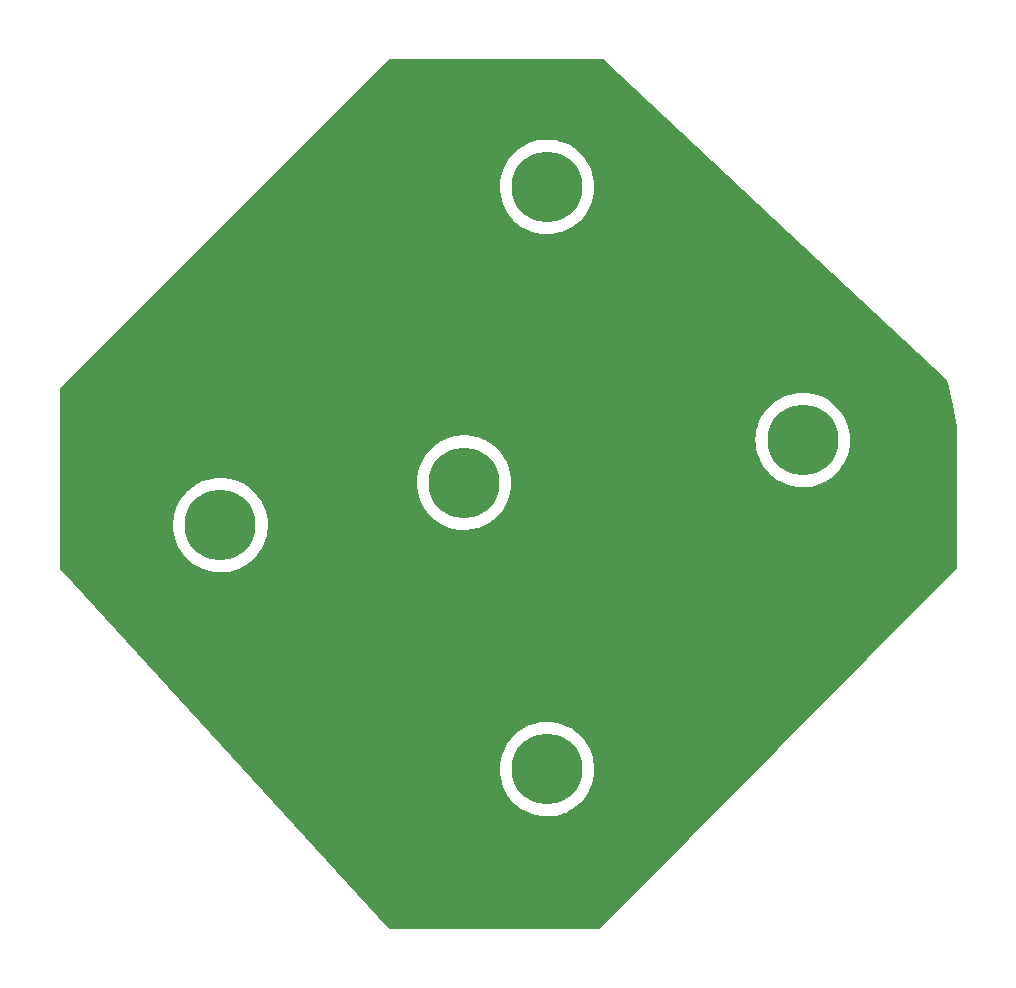
<source format=gbr>
%TF.GenerationSoftware,KiCad,Pcbnew,(6.0.9)*%
%TF.CreationDate,2023-02-05T00:50:23+02:00*%
%TF.ProjectId,power dis,706f7765-7220-4646-9973-2e6b69636164,rev?*%
%TF.SameCoordinates,Original*%
%TF.FileFunction,Copper,L2,Bot*%
%TF.FilePolarity,Positive*%
%FSLAX46Y46*%
G04 Gerber Fmt 4.6, Leading zero omitted, Abs format (unit mm)*
G04 Created by KiCad (PCBNEW (6.0.9)) date 2023-02-05 00:50:23*
%MOMM*%
%LPD*%
G01*
G04 APERTURE LIST*
%TA.AperFunction,ComponentPad*%
%ADD10C,6.000000*%
%TD*%
%TA.AperFunction,ComponentPad*%
%ADD11R,6.000000X6.000000*%
%TD*%
G04 APERTURE END LIST*
D10*
%TO.P,J2,N,NEG*%
%TO.N,/+*%
X176174400Y-62318000D03*
D11*
%TO.P,J2,P,POS*%
%TO.N,/-*%
X176174400Y-55118000D03*
%TD*%
D10*
%TO.P,J2,N,NEG*%
%TO.N,/+*%
X225475800Y-55118000D03*
D11*
%TO.P,J2,P,POS*%
%TO.N,/-*%
X225475800Y-62318000D03*
%TD*%
D10*
%TO.P,J2,N,NEG*%
%TO.N,/+*%
X203828200Y-82981800D03*
D11*
%TO.P,J2,P,POS*%
%TO.N,/-*%
X196628200Y-82981800D03*
%TD*%
D10*
%TO.P,J2,N,NEG*%
%TO.N,/+*%
X203828200Y-33680400D03*
D11*
%TO.P,J2,P,POS*%
%TO.N,/-*%
X196628200Y-33680400D03*
%TD*%
D10*
%TO.P,J2,N,NEG*%
%TO.N,/+*%
X196800000Y-58718000D03*
D11*
%TO.P,J2,P,POS*%
%TO.N,/-*%
X204000000Y-58718000D03*
%TD*%
%TA.AperFunction,Conductor*%
%TO.N,/-*%
G36*
X210700000Y-64700000D02*
G01*
X191600000Y-64700000D01*
X191600000Y-58662077D01*
X192795065Y-58662077D01*
X192808722Y-59053157D01*
X192860477Y-59441038D01*
X192949834Y-59822017D01*
X192950823Y-59824923D01*
X192950825Y-59824929D01*
X193074950Y-60189543D01*
X193074955Y-60189555D01*
X193075943Y-60192458D01*
X193237598Y-60548826D01*
X193433258Y-60887717D01*
X193435047Y-60890216D01*
X193435049Y-60890219D01*
X193532831Y-61026799D01*
X193661053Y-61205899D01*
X193918810Y-61500333D01*
X194204069Y-61768208D01*
X194514107Y-62006969D01*
X194516710Y-62008596D01*
X194516715Y-62008599D01*
X194635687Y-62082941D01*
X194845964Y-62214337D01*
X195196472Y-62388331D01*
X195562287Y-62527290D01*
X195939915Y-62629890D01*
X195942958Y-62630405D01*
X195942964Y-62630406D01*
X196322713Y-62694636D01*
X196322720Y-62694637D01*
X196325754Y-62695150D01*
X196328825Y-62695365D01*
X196328827Y-62695365D01*
X196713053Y-62722233D01*
X196713061Y-62722233D01*
X196716119Y-62722447D01*
X196969704Y-62715363D01*
X197104211Y-62711606D01*
X197104214Y-62711606D01*
X197107285Y-62711520D01*
X197110338Y-62711134D01*
X197110342Y-62711134D01*
X197296145Y-62687662D01*
X197495517Y-62662475D01*
X197498521Y-62661793D01*
X197498524Y-62661792D01*
X197874115Y-62576460D01*
X197874121Y-62576458D01*
X197877111Y-62575779D01*
X198022875Y-62527290D01*
X198245500Y-62453233D01*
X198245506Y-62453231D01*
X198248424Y-62452260D01*
X198389551Y-62389426D01*
X198603111Y-62294343D01*
X198603117Y-62294340D01*
X198605911Y-62293096D01*
X198608580Y-62291580D01*
X198943492Y-62101324D01*
X198943498Y-62101320D01*
X198946160Y-62099808D01*
X199265924Y-61874239D01*
X199562150Y-61618544D01*
X199564271Y-61616317D01*
X199564277Y-61616311D01*
X199829894Y-61337385D01*
X199832011Y-61335162D01*
X199931192Y-61208217D01*
X200071021Y-61029244D01*
X200071023Y-61029241D01*
X200072931Y-61026799D01*
X200074587Y-61024189D01*
X200074593Y-61024181D01*
X200280957Y-60699003D01*
X200280959Y-60699000D01*
X200282610Y-60696398D01*
X200459046Y-60347112D01*
X200600557Y-59982277D01*
X200705790Y-59605374D01*
X200773742Y-59220000D01*
X200786580Y-59053157D01*
X200803613Y-58831789D01*
X200803613Y-58831778D01*
X200803763Y-58829835D01*
X200805325Y-58718000D01*
X200786209Y-58327149D01*
X200729044Y-57940028D01*
X200634376Y-57560334D01*
X200503107Y-57191689D01*
X200336492Y-56837614D01*
X200307167Y-56788420D01*
X200137700Y-56504138D01*
X200136120Y-56501487D01*
X199903905Y-56186517D01*
X199642061Y-55895711D01*
X199353090Y-55631844D01*
X199039749Y-55397435D01*
X198857315Y-55286949D01*
X198707658Y-55196313D01*
X198707649Y-55196308D01*
X198705030Y-55194722D01*
X198352126Y-55025638D01*
X198349237Y-55024586D01*
X198349231Y-55024584D01*
X197987306Y-54892855D01*
X197987303Y-54892854D01*
X197984407Y-54891800D01*
X197707326Y-54820658D01*
X197608366Y-54795249D01*
X197608363Y-54795248D01*
X197605382Y-54794483D01*
X197218670Y-54734617D01*
X197215613Y-54734446D01*
X197215612Y-54734446D01*
X197185120Y-54732741D01*
X196827962Y-54712773D01*
X196824883Y-54712902D01*
X196824880Y-54712902D01*
X196568770Y-54723636D01*
X196436987Y-54729159D01*
X196433943Y-54729587D01*
X196433941Y-54729587D01*
X196399368Y-54734446D01*
X196049477Y-54783620D01*
X195669131Y-54875636D01*
X195299579Y-55004327D01*
X195296781Y-55005620D01*
X194947146Y-55167174D01*
X194947136Y-55167179D01*
X194944349Y-55168467D01*
X194835829Y-55232135D01*
X194609486Y-55364929D01*
X194609481Y-55364932D01*
X194606831Y-55366487D01*
X194566433Y-55395838D01*
X194292730Y-55594694D01*
X194292721Y-55594701D01*
X194290248Y-55596498D01*
X194287958Y-55598531D01*
X194287952Y-55598536D01*
X193999924Y-55854260D01*
X193997621Y-55856305D01*
X193731743Y-56143427D01*
X193495152Y-56455124D01*
X193290107Y-56788420D01*
X193118564Y-57140135D01*
X192982162Y-57506910D01*
X192882201Y-57885246D01*
X192819637Y-58271531D01*
X192795065Y-58662077D01*
X191600000Y-58662077D01*
X191600000Y-52600000D01*
X210700000Y-52600000D01*
X210700000Y-64700000D01*
G37*
%TD.AperFunction*%
%TD*%
%TA.AperFunction,Conductor*%
%TO.N,/-*%
G36*
X208552501Y-22880002D02*
G01*
X208570294Y-22893834D01*
X224336860Y-37591480D01*
X237680754Y-50030703D01*
X237716372Y-50089620D01*
X237773732Y-50299292D01*
X237774717Y-50303126D01*
X238059807Y-51490613D01*
X238060670Y-51494476D01*
X238123410Y-51797435D01*
X238287334Y-52588988D01*
X238308309Y-52690274D01*
X238309046Y-52694136D01*
X238466199Y-53594588D01*
X238504124Y-53811887D01*
X238506000Y-53833550D01*
X238506000Y-65988118D01*
X238485998Y-66056239D01*
X238469467Y-66076840D01*
X208316967Y-96482722D01*
X208254798Y-96517007D01*
X208227500Y-96520000D01*
X190555427Y-96520000D01*
X190487306Y-96499998D01*
X190462546Y-96479141D01*
X178038721Y-82925877D01*
X199823265Y-82925877D01*
X199836922Y-83316957D01*
X199888677Y-83704838D01*
X199978034Y-84085817D01*
X199979023Y-84088723D01*
X199979025Y-84088729D01*
X200103150Y-84453343D01*
X200103155Y-84453355D01*
X200104143Y-84456258D01*
X200265798Y-84812626D01*
X200461458Y-85151517D01*
X200463247Y-85154016D01*
X200463249Y-85154019D01*
X200561031Y-85290599D01*
X200689253Y-85469699D01*
X200947010Y-85764133D01*
X201232269Y-86032008D01*
X201542307Y-86270769D01*
X201544910Y-86272396D01*
X201544915Y-86272399D01*
X201663887Y-86346741D01*
X201874164Y-86478137D01*
X202224672Y-86652131D01*
X202590487Y-86791090D01*
X202968115Y-86893690D01*
X202971158Y-86894205D01*
X202971164Y-86894206D01*
X203350913Y-86958436D01*
X203350920Y-86958437D01*
X203353954Y-86958950D01*
X203357025Y-86959165D01*
X203357027Y-86959165D01*
X203741253Y-86986033D01*
X203741261Y-86986033D01*
X203744319Y-86986247D01*
X203997904Y-86979163D01*
X204132411Y-86975406D01*
X204132414Y-86975406D01*
X204135485Y-86975320D01*
X204138538Y-86974934D01*
X204138542Y-86974934D01*
X204324345Y-86951462D01*
X204523717Y-86926275D01*
X204526721Y-86925593D01*
X204526724Y-86925592D01*
X204902315Y-86840260D01*
X204902321Y-86840258D01*
X204905311Y-86839579D01*
X205051075Y-86791090D01*
X205273700Y-86717033D01*
X205273706Y-86717031D01*
X205276624Y-86716060D01*
X205417751Y-86653226D01*
X205631311Y-86558143D01*
X205631317Y-86558140D01*
X205634111Y-86556896D01*
X205636780Y-86555380D01*
X205971692Y-86365124D01*
X205971698Y-86365120D01*
X205974360Y-86363608D01*
X206294124Y-86138039D01*
X206590350Y-85882344D01*
X206592471Y-85880117D01*
X206592477Y-85880111D01*
X206858094Y-85601185D01*
X206860211Y-85598962D01*
X206959392Y-85472017D01*
X207099221Y-85293044D01*
X207099223Y-85293041D01*
X207101131Y-85290599D01*
X207102787Y-85287989D01*
X207102793Y-85287981D01*
X207309157Y-84962803D01*
X207309159Y-84962800D01*
X207310810Y-84960198D01*
X207487246Y-84610912D01*
X207628757Y-84246077D01*
X207733990Y-83869174D01*
X207801942Y-83483800D01*
X207814780Y-83316957D01*
X207831813Y-83095589D01*
X207831813Y-83095578D01*
X207831963Y-83093635D01*
X207833525Y-82981800D01*
X207830666Y-82923331D01*
X207814559Y-82594022D01*
X207814409Y-82590949D01*
X207757244Y-82203828D01*
X207755421Y-82196514D01*
X207679371Y-81891497D01*
X207662576Y-81824134D01*
X207606982Y-81668007D01*
X207532339Y-81458388D01*
X207531307Y-81455489D01*
X207364692Y-81101414D01*
X207335367Y-81052220D01*
X207165900Y-80767938D01*
X207164320Y-80765287D01*
X206932105Y-80450317D01*
X206670261Y-80159511D01*
X206381290Y-79895644D01*
X206067949Y-79661235D01*
X205848766Y-79528493D01*
X205735858Y-79460113D01*
X205735849Y-79460108D01*
X205733230Y-79458522D01*
X205380326Y-79289438D01*
X205377437Y-79288386D01*
X205377431Y-79288384D01*
X205015506Y-79156655D01*
X205015503Y-79156654D01*
X205012607Y-79155600D01*
X204735526Y-79084458D01*
X204636566Y-79059049D01*
X204636563Y-79059048D01*
X204633582Y-79058283D01*
X204246870Y-78998417D01*
X204243813Y-78998246D01*
X204243812Y-78998246D01*
X204213320Y-78996541D01*
X203856162Y-78976573D01*
X203853083Y-78976702D01*
X203853080Y-78976702D01*
X203596970Y-78987436D01*
X203465187Y-78992959D01*
X203462143Y-78993387D01*
X203462141Y-78993387D01*
X203251974Y-79022924D01*
X203077677Y-79047420D01*
X202697331Y-79139436D01*
X202327779Y-79268127D01*
X202324981Y-79269420D01*
X201975346Y-79430974D01*
X201975336Y-79430979D01*
X201972549Y-79432267D01*
X201895122Y-79477693D01*
X201637686Y-79628729D01*
X201637681Y-79628732D01*
X201635031Y-79630287D01*
X201594633Y-79659638D01*
X201320930Y-79858494D01*
X201320921Y-79858501D01*
X201318448Y-79860298D01*
X201316158Y-79862331D01*
X201316152Y-79862336D01*
X201170720Y-79991457D01*
X201025821Y-80120105D01*
X201023732Y-80122361D01*
X200800448Y-80363486D01*
X200759943Y-80407227D01*
X200523352Y-80718924D01*
X200420830Y-80885572D01*
X200352554Y-80996553D01*
X200318307Y-81052220D01*
X200146764Y-81403935D01*
X200145693Y-81406816D01*
X200145690Y-81406822D01*
X200067449Y-81617207D01*
X200010362Y-81770710D01*
X199910401Y-82149046D01*
X199901528Y-82203828D01*
X199850686Y-82517743D01*
X199847837Y-82535331D01*
X199823265Y-82925877D01*
X178038721Y-82925877D01*
X162818831Y-66322361D01*
X162593119Y-66076130D01*
X162561832Y-66012399D01*
X162560000Y-65990989D01*
X162560000Y-62262077D01*
X172169465Y-62262077D01*
X172183122Y-62653157D01*
X172183529Y-62656206D01*
X172183529Y-62656208D01*
X172188725Y-62695150D01*
X172234877Y-63041038D01*
X172324234Y-63422017D01*
X172325223Y-63424923D01*
X172325225Y-63424929D01*
X172449350Y-63789543D01*
X172449355Y-63789555D01*
X172450343Y-63792458D01*
X172611998Y-64148826D01*
X172807658Y-64487717D01*
X172809447Y-64490216D01*
X172809449Y-64490219D01*
X172907231Y-64626799D01*
X173035453Y-64805899D01*
X173037480Y-64808214D01*
X173037482Y-64808217D01*
X173291178Y-65098012D01*
X173293210Y-65100333D01*
X173578469Y-65368208D01*
X173888507Y-65606969D01*
X173891110Y-65608596D01*
X173891115Y-65608599D01*
X174010087Y-65682941D01*
X174220364Y-65814337D01*
X174570872Y-65988331D01*
X174936687Y-66127290D01*
X175314315Y-66229890D01*
X175317358Y-66230405D01*
X175317364Y-66230406D01*
X175697113Y-66294636D01*
X175697120Y-66294637D01*
X175700154Y-66295150D01*
X175703225Y-66295365D01*
X175703227Y-66295365D01*
X176087453Y-66322233D01*
X176087461Y-66322233D01*
X176090519Y-66322447D01*
X176344104Y-66315363D01*
X176478611Y-66311606D01*
X176478614Y-66311606D01*
X176481685Y-66311520D01*
X176484738Y-66311134D01*
X176484742Y-66311134D01*
X176670545Y-66287662D01*
X176869917Y-66262475D01*
X176872921Y-66261793D01*
X176872924Y-66261792D01*
X177248515Y-66176460D01*
X177248521Y-66176458D01*
X177251511Y-66175779D01*
X177397275Y-66127290D01*
X177619900Y-66053233D01*
X177619906Y-66053231D01*
X177622824Y-66052260D01*
X177712353Y-66012399D01*
X177977511Y-65894343D01*
X177977517Y-65894340D01*
X177980311Y-65893096D01*
X177982980Y-65891580D01*
X178317892Y-65701324D01*
X178317898Y-65701320D01*
X178320560Y-65699808D01*
X178640324Y-65474239D01*
X178936550Y-65218544D01*
X178938671Y-65216317D01*
X178938677Y-65216311D01*
X179204294Y-64937385D01*
X179206411Y-64935162D01*
X179243311Y-64887933D01*
X179445421Y-64629244D01*
X179445423Y-64629241D01*
X179447331Y-64626799D01*
X179448987Y-64624189D01*
X179448993Y-64624181D01*
X179655357Y-64299003D01*
X179655359Y-64299000D01*
X179657010Y-64296398D01*
X179833446Y-63947112D01*
X179974957Y-63582277D01*
X180080190Y-63205374D01*
X180148142Y-62820000D01*
X180160980Y-62653157D01*
X180178013Y-62431789D01*
X180178013Y-62431778D01*
X180178163Y-62429835D01*
X180179725Y-62318000D01*
X180160609Y-61927149D01*
X180103444Y-61540028D01*
X180008776Y-61160334D01*
X179877507Y-60791689D01*
X179710892Y-60437614D01*
X179681567Y-60388420D01*
X179566425Y-60195268D01*
X179510520Y-60101487D01*
X179304478Y-59822017D01*
X179280127Y-59788988D01*
X179280125Y-59788985D01*
X179278305Y-59786517D01*
X179016461Y-59495711D01*
X178727490Y-59231844D01*
X178414149Y-58997435D01*
X178360475Y-58964929D01*
X178082058Y-58796313D01*
X178082049Y-58796308D01*
X178079430Y-58794722D01*
X177802580Y-58662077D01*
X192795065Y-58662077D01*
X192808722Y-59053157D01*
X192809129Y-59056206D01*
X192809129Y-59056208D01*
X192814325Y-59095150D01*
X192860477Y-59441038D01*
X192949834Y-59822017D01*
X192950823Y-59824923D01*
X192950825Y-59824929D01*
X193074950Y-60189543D01*
X193074955Y-60189555D01*
X193075943Y-60192458D01*
X193237598Y-60548826D01*
X193433258Y-60887717D01*
X193435047Y-60890216D01*
X193435049Y-60890219D01*
X193628432Y-61160334D01*
X193661053Y-61205899D01*
X193663080Y-61208214D01*
X193663082Y-61208217D01*
X193916778Y-61498012D01*
X193918810Y-61500333D01*
X194204069Y-61768208D01*
X194514107Y-62006969D01*
X194516710Y-62008596D01*
X194516715Y-62008599D01*
X194635687Y-62082941D01*
X194845964Y-62214337D01*
X195196472Y-62388331D01*
X195562287Y-62527290D01*
X195939915Y-62629890D01*
X195942958Y-62630405D01*
X195942964Y-62630406D01*
X196322713Y-62694636D01*
X196322720Y-62694637D01*
X196325754Y-62695150D01*
X196328825Y-62695365D01*
X196328827Y-62695365D01*
X196713053Y-62722233D01*
X196713061Y-62722233D01*
X196716119Y-62722447D01*
X196969704Y-62715363D01*
X197104211Y-62711606D01*
X197104214Y-62711606D01*
X197107285Y-62711520D01*
X197110338Y-62711134D01*
X197110342Y-62711134D01*
X197296145Y-62687662D01*
X197495517Y-62662475D01*
X197498521Y-62661793D01*
X197498524Y-62661792D01*
X197874115Y-62576460D01*
X197874121Y-62576458D01*
X197877111Y-62575779D01*
X198022875Y-62527290D01*
X198245500Y-62453233D01*
X198245506Y-62453231D01*
X198248424Y-62452260D01*
X198256198Y-62448799D01*
X198603111Y-62294343D01*
X198603117Y-62294340D01*
X198605911Y-62293096D01*
X198655077Y-62265166D01*
X198943492Y-62101324D01*
X198943498Y-62101320D01*
X198946160Y-62099808D01*
X199186563Y-61930222D01*
X199263401Y-61876019D01*
X199263404Y-61876017D01*
X199265924Y-61874239D01*
X199562150Y-61618544D01*
X199564271Y-61616317D01*
X199564277Y-61616311D01*
X199829894Y-61337385D01*
X199832011Y-61335162D01*
X199931192Y-61208217D01*
X200071021Y-61029244D01*
X200071023Y-61029241D01*
X200072931Y-61026799D01*
X200074587Y-61024189D01*
X200074593Y-61024181D01*
X200280957Y-60699003D01*
X200280959Y-60699000D01*
X200282610Y-60696398D01*
X200459046Y-60347112D01*
X200600557Y-59982277D01*
X200705790Y-59605374D01*
X200773742Y-59220000D01*
X200786580Y-59053157D01*
X200803613Y-58831789D01*
X200803613Y-58831778D01*
X200803763Y-58829835D01*
X200805325Y-58718000D01*
X200799766Y-58604327D01*
X200793436Y-58474913D01*
X200786209Y-58327149D01*
X200729044Y-57940028D01*
X200634376Y-57560334D01*
X200503107Y-57191689D01*
X200336492Y-56837614D01*
X200307167Y-56788420D01*
X200192025Y-56595268D01*
X200136120Y-56501487D01*
X199930078Y-56222017D01*
X199905727Y-56188988D01*
X199905725Y-56188985D01*
X199903905Y-56186517D01*
X199642061Y-55895711D01*
X199353090Y-55631844D01*
X199039749Y-55397435D01*
X198857315Y-55286949D01*
X198707658Y-55196313D01*
X198707649Y-55196308D01*
X198705030Y-55194722D01*
X198428180Y-55062077D01*
X221470865Y-55062077D01*
X221484522Y-55453157D01*
X221536277Y-55841038D01*
X221625634Y-56222017D01*
X221626623Y-56224923D01*
X221626625Y-56224929D01*
X221750750Y-56589543D01*
X221750755Y-56589555D01*
X221751743Y-56592458D01*
X221913398Y-56948826D01*
X222109058Y-57287717D01*
X222110847Y-57290216D01*
X222110849Y-57290219D01*
X222304232Y-57560334D01*
X222336853Y-57605899D01*
X222338880Y-57608214D01*
X222338882Y-57608217D01*
X222592578Y-57898012D01*
X222594610Y-57900333D01*
X222879869Y-58168208D01*
X223010082Y-58268485D01*
X223173694Y-58394483D01*
X223189907Y-58406969D01*
X223192510Y-58408596D01*
X223192515Y-58408599D01*
X223298640Y-58474913D01*
X223521764Y-58614337D01*
X223872272Y-58788331D01*
X224238087Y-58927290D01*
X224615715Y-59029890D01*
X224618758Y-59030405D01*
X224618764Y-59030406D01*
X224998513Y-59094636D01*
X224998520Y-59094637D01*
X225001554Y-59095150D01*
X225004625Y-59095365D01*
X225004627Y-59095365D01*
X225388853Y-59122233D01*
X225388861Y-59122233D01*
X225391919Y-59122447D01*
X225645504Y-59115363D01*
X225780011Y-59111606D01*
X225780014Y-59111606D01*
X225783085Y-59111520D01*
X225786138Y-59111134D01*
X225786142Y-59111134D01*
X225971945Y-59087662D01*
X226171317Y-59062475D01*
X226174321Y-59061793D01*
X226174324Y-59061792D01*
X226549915Y-58976460D01*
X226549921Y-58976458D01*
X226552911Y-58975779D01*
X226580844Y-58966487D01*
X226921300Y-58853233D01*
X226921306Y-58853231D01*
X226924224Y-58852260D01*
X226927034Y-58851009D01*
X227278911Y-58694343D01*
X227278917Y-58694340D01*
X227281711Y-58693096D01*
X227330877Y-58665166D01*
X227619292Y-58501324D01*
X227619298Y-58501320D01*
X227621960Y-58499808D01*
X227864053Y-58329030D01*
X227939201Y-58276019D01*
X227939204Y-58276017D01*
X227941724Y-58274239D01*
X228237950Y-58018544D01*
X228240071Y-58016317D01*
X228240077Y-58016311D01*
X228505694Y-57737385D01*
X228507811Y-57735162D01*
X228606992Y-57608217D01*
X228746821Y-57429244D01*
X228746823Y-57429241D01*
X228748731Y-57426799D01*
X228750387Y-57424189D01*
X228750393Y-57424181D01*
X228956757Y-57099003D01*
X228956759Y-57099000D01*
X228958410Y-57096398D01*
X229134846Y-56747112D01*
X229276357Y-56382277D01*
X229381590Y-56005374D01*
X229449542Y-55620000D01*
X229462380Y-55453157D01*
X229479413Y-55231789D01*
X229479413Y-55231778D01*
X229479563Y-55229835D01*
X229481125Y-55118000D01*
X229475566Y-55004327D01*
X229469236Y-54874913D01*
X229462009Y-54727149D01*
X229404844Y-54340028D01*
X229310176Y-53960334D01*
X229178907Y-53591689D01*
X229012292Y-53237614D01*
X228982967Y-53188420D01*
X228813500Y-52904138D01*
X228811920Y-52901487D01*
X228579705Y-52586517D01*
X228317861Y-52295711D01*
X228028890Y-52031844D01*
X227715549Y-51797435D01*
X227661875Y-51764929D01*
X227383458Y-51596313D01*
X227383449Y-51596308D01*
X227380830Y-51594722D01*
X227027926Y-51425638D01*
X227025037Y-51424586D01*
X227025031Y-51424584D01*
X226663106Y-51292855D01*
X226663103Y-51292854D01*
X226660207Y-51291800D01*
X226383126Y-51220658D01*
X226284166Y-51195249D01*
X226284163Y-51195248D01*
X226281182Y-51194483D01*
X225894470Y-51134617D01*
X225891413Y-51134446D01*
X225891412Y-51134446D01*
X225860920Y-51132741D01*
X225503762Y-51112773D01*
X225500683Y-51112902D01*
X225500680Y-51112902D01*
X225244570Y-51123636D01*
X225112787Y-51129159D01*
X225109743Y-51129587D01*
X225109741Y-51129587D01*
X225075168Y-51134446D01*
X224725277Y-51183620D01*
X224344931Y-51275636D01*
X223975379Y-51404327D01*
X223972581Y-51405620D01*
X223622946Y-51567174D01*
X223622936Y-51567179D01*
X223620149Y-51568467D01*
X223511629Y-51632135D01*
X223285286Y-51764929D01*
X223285281Y-51764932D01*
X223282631Y-51766487D01*
X223242233Y-51795838D01*
X222968530Y-51994694D01*
X222968521Y-51994701D01*
X222966048Y-51996498D01*
X222963758Y-51998531D01*
X222963752Y-51998536D01*
X222675724Y-52254260D01*
X222673421Y-52256305D01*
X222407543Y-52543427D01*
X222170952Y-52855124D01*
X221965907Y-53188420D01*
X221794364Y-53540135D01*
X221657962Y-53906910D01*
X221558001Y-54285246D01*
X221495437Y-54671531D01*
X221495243Y-54674611D01*
X221495243Y-54674613D01*
X221473158Y-55025638D01*
X221470865Y-55062077D01*
X198428180Y-55062077D01*
X198352126Y-55025638D01*
X198349237Y-55024586D01*
X198349231Y-55024584D01*
X197987306Y-54892855D01*
X197987303Y-54892854D01*
X197984407Y-54891800D01*
X197707326Y-54820658D01*
X197608366Y-54795249D01*
X197608363Y-54795248D01*
X197605382Y-54794483D01*
X197218670Y-54734617D01*
X197215613Y-54734446D01*
X197215612Y-54734446D01*
X197185120Y-54732741D01*
X196827962Y-54712773D01*
X196824883Y-54712902D01*
X196824880Y-54712902D01*
X196568770Y-54723636D01*
X196436987Y-54729159D01*
X196433943Y-54729587D01*
X196433941Y-54729587D01*
X196429423Y-54730222D01*
X196049477Y-54783620D01*
X195669131Y-54875636D01*
X195299579Y-55004327D01*
X195296781Y-55005620D01*
X194947146Y-55167174D01*
X194947136Y-55167179D01*
X194944349Y-55168467D01*
X194843090Y-55227875D01*
X194609486Y-55364929D01*
X194609481Y-55364932D01*
X194606831Y-55366487D01*
X194487540Y-55453157D01*
X194292730Y-55594694D01*
X194292721Y-55594701D01*
X194290248Y-55596498D01*
X194287958Y-55598531D01*
X194287952Y-55598536D01*
X194011442Y-55844034D01*
X193997621Y-55856305D01*
X193995532Y-55858561D01*
X193859582Y-56005374D01*
X193731743Y-56143427D01*
X193495152Y-56455124D01*
X193412457Y-56589543D01*
X193317281Y-56744250D01*
X193290107Y-56788420D01*
X193118564Y-57140135D01*
X192982162Y-57506910D01*
X192882201Y-57885246D01*
X192873328Y-57940028D01*
X192836372Y-58168208D01*
X192819637Y-58271531D01*
X192819443Y-58274611D01*
X192819443Y-58274613D01*
X192797358Y-58625638D01*
X192795065Y-58662077D01*
X177802580Y-58662077D01*
X177726526Y-58625638D01*
X177723637Y-58624586D01*
X177723631Y-58624584D01*
X177361706Y-58492855D01*
X177361703Y-58492854D01*
X177358807Y-58491800D01*
X177081726Y-58420658D01*
X176982766Y-58395249D01*
X176982763Y-58395248D01*
X176979782Y-58394483D01*
X176593070Y-58334617D01*
X176590013Y-58334446D01*
X176590012Y-58334446D01*
X176559520Y-58332741D01*
X176202362Y-58312773D01*
X176199283Y-58312902D01*
X176199280Y-58312902D01*
X175943170Y-58323636D01*
X175811387Y-58329159D01*
X175808343Y-58329587D01*
X175808341Y-58329587D01*
X175803823Y-58330222D01*
X175423877Y-58383620D01*
X175043531Y-58475636D01*
X174673979Y-58604327D01*
X174630139Y-58624584D01*
X174321546Y-58767174D01*
X174321536Y-58767179D01*
X174318749Y-58768467D01*
X174217490Y-58827875D01*
X173983886Y-58964929D01*
X173983881Y-58964932D01*
X173981231Y-58966487D01*
X173861940Y-59053157D01*
X173667130Y-59194694D01*
X173667121Y-59194701D01*
X173664648Y-59196498D01*
X173662358Y-59198531D01*
X173662352Y-59198536D01*
X173385842Y-59444034D01*
X173372021Y-59456305D01*
X173369932Y-59458561D01*
X173233982Y-59605374D01*
X173106143Y-59743427D01*
X172869552Y-60055124D01*
X172815407Y-60143136D01*
X172691681Y-60344250D01*
X172664507Y-60388420D01*
X172492964Y-60740135D01*
X172356562Y-61106910D01*
X172256601Y-61485246D01*
X172247728Y-61540028D01*
X172210772Y-61768208D01*
X172194037Y-61871531D01*
X172193843Y-61874611D01*
X172193843Y-61874613D01*
X172185634Y-62005094D01*
X172169465Y-62262077D01*
X162560000Y-62262077D01*
X162560000Y-50852190D01*
X162580002Y-50784069D01*
X162596905Y-50763095D01*
X179735523Y-33624477D01*
X199823265Y-33624477D01*
X199836922Y-34015557D01*
X199888677Y-34403438D01*
X199978034Y-34784417D01*
X199979023Y-34787323D01*
X199979025Y-34787329D01*
X200103150Y-35151943D01*
X200103155Y-35151955D01*
X200104143Y-35154858D01*
X200265798Y-35511226D01*
X200461458Y-35850117D01*
X200463247Y-35852616D01*
X200463249Y-35852619D01*
X200638159Y-36096931D01*
X200689253Y-36168299D01*
X200947010Y-36462733D01*
X201232269Y-36730608D01*
X201542307Y-36969369D01*
X201544910Y-36970996D01*
X201544915Y-36970999D01*
X201663887Y-37045341D01*
X201874164Y-37176737D01*
X202224672Y-37350731D01*
X202590487Y-37489690D01*
X202968115Y-37592290D01*
X202971158Y-37592805D01*
X202971164Y-37592806D01*
X203350913Y-37657036D01*
X203350920Y-37657037D01*
X203353954Y-37657550D01*
X203357025Y-37657765D01*
X203357027Y-37657765D01*
X203741253Y-37684633D01*
X203741261Y-37684633D01*
X203744319Y-37684847D01*
X203997904Y-37677763D01*
X204132411Y-37674006D01*
X204132414Y-37674006D01*
X204135485Y-37673920D01*
X204138538Y-37673534D01*
X204138542Y-37673534D01*
X204324345Y-37650062D01*
X204523717Y-37624875D01*
X204526721Y-37624193D01*
X204526724Y-37624192D01*
X204902315Y-37538860D01*
X204902321Y-37538858D01*
X204905311Y-37538179D01*
X205051075Y-37489690D01*
X205273700Y-37415633D01*
X205273706Y-37415631D01*
X205276624Y-37414660D01*
X205417751Y-37351826D01*
X205631311Y-37256743D01*
X205631317Y-37256740D01*
X205634111Y-37255496D01*
X205751442Y-37188843D01*
X205971692Y-37063724D01*
X205971698Y-37063720D01*
X205974360Y-37062208D01*
X206294124Y-36836639D01*
X206590350Y-36580944D01*
X206592471Y-36578717D01*
X206592477Y-36578711D01*
X206858094Y-36299785D01*
X206860211Y-36297562D01*
X206945804Y-36188009D01*
X207099221Y-35991644D01*
X207099223Y-35991641D01*
X207101131Y-35989199D01*
X207102787Y-35986589D01*
X207102793Y-35986581D01*
X207309157Y-35661403D01*
X207309159Y-35661400D01*
X207310810Y-35658798D01*
X207487246Y-35309512D01*
X207628757Y-34944677D01*
X207733990Y-34567774D01*
X207801942Y-34182400D01*
X207814780Y-34015557D01*
X207831813Y-33794189D01*
X207831813Y-33794178D01*
X207831963Y-33792235D01*
X207833525Y-33680400D01*
X207832965Y-33668938D01*
X207814559Y-33292622D01*
X207814409Y-33289549D01*
X207757244Y-32902428D01*
X207662576Y-32522734D01*
X207531307Y-32154089D01*
X207364692Y-31800014D01*
X207335367Y-31750820D01*
X207261552Y-31626995D01*
X207164320Y-31463887D01*
X206932105Y-31148917D01*
X206670261Y-30858111D01*
X206381290Y-30594244D01*
X206067949Y-30359835D01*
X206014275Y-30327329D01*
X205735858Y-30158713D01*
X205735849Y-30158708D01*
X205733230Y-30157122D01*
X205380326Y-29988038D01*
X205377437Y-29986986D01*
X205377431Y-29986984D01*
X205015506Y-29855255D01*
X205015503Y-29855254D01*
X205012607Y-29854200D01*
X204735526Y-29783058D01*
X204636566Y-29757649D01*
X204636563Y-29757648D01*
X204633582Y-29756883D01*
X204246870Y-29697017D01*
X204243813Y-29696846D01*
X204243812Y-29696846D01*
X204213320Y-29695141D01*
X203856162Y-29675173D01*
X203853083Y-29675302D01*
X203853080Y-29675302D01*
X203596970Y-29686036D01*
X203465187Y-29691559D01*
X203462143Y-29691987D01*
X203462141Y-29691987D01*
X203427568Y-29696846D01*
X203077677Y-29746020D01*
X202697331Y-29838036D01*
X202327779Y-29966727D01*
X202324981Y-29968020D01*
X201975346Y-30129574D01*
X201975336Y-30129579D01*
X201972549Y-30130867D01*
X201864029Y-30194535D01*
X201637686Y-30327329D01*
X201637681Y-30327332D01*
X201635031Y-30328887D01*
X201594633Y-30358238D01*
X201320930Y-30557094D01*
X201320921Y-30557101D01*
X201318448Y-30558898D01*
X201316158Y-30560931D01*
X201316152Y-30560936D01*
X201028124Y-30816660D01*
X201025821Y-30818705D01*
X200759943Y-31105827D01*
X200523352Y-31417524D01*
X200318307Y-31750820D01*
X200146764Y-32102535D01*
X200010362Y-32469310D01*
X199910401Y-32847646D01*
X199847837Y-33233931D01*
X199847643Y-33237011D01*
X199847643Y-33237013D01*
X199826020Y-33580697D01*
X199823265Y-33624477D01*
X179735523Y-33624477D01*
X190463095Y-22896905D01*
X190525407Y-22862879D01*
X190552190Y-22860000D01*
X208484380Y-22860000D01*
X208552501Y-22880002D01*
G37*
%TD.AperFunction*%
%TD*%
M02*

</source>
